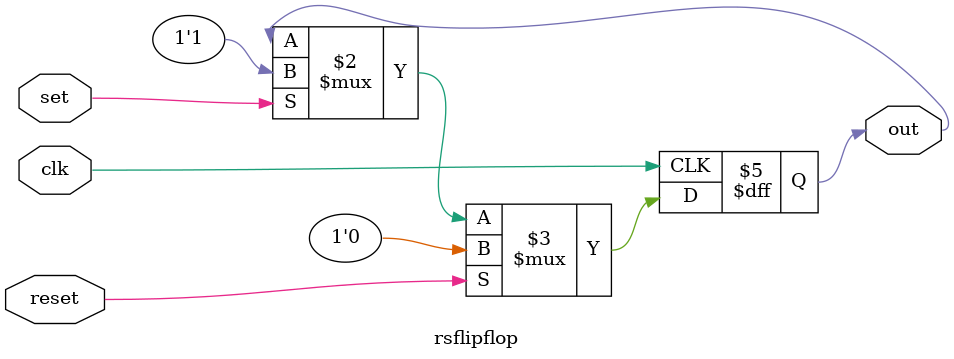
<source format=v>
module rsflipflop(set,reset,clk,out);
  input set,reset,clk; 
	output out;

	reg out;

	initial begin
	out = 0;
	end

	always @(posedge clk)
	begin
		out = set ? 1'b1:out;
		out = reset ? 1'b0:out;
	end
	
endmodule

</source>
